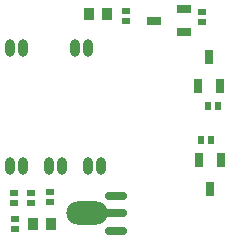
<source format=gbr>
G04 #@! TF.GenerationSoftware,KiCad,Pcbnew,(5.0.2)-1*
G04 #@! TF.CreationDate,2019-08-16T13:34:43+08:00*
G04 #@! TF.ProjectId,IRMQTT,49524d51-5454-42e6-9b69-6361645f7063,rev?*
G04 #@! TF.SameCoordinates,Original*
G04 #@! TF.FileFunction,Paste,Bot*
G04 #@! TF.FilePolarity,Positive*
%FSLAX46Y46*%
G04 Gerber Fmt 4.6, Leading zero omitted, Abs format (unit mm)*
G04 Created by KiCad (PCBNEW (5.0.2)-1) date 2019-08-16 13:34:43*
%MOMM*%
%LPD*%
G01*
G04 APERTURE LIST*
%ADD10R,0.650000X0.600000*%
%ADD11R,0.600000X0.650000*%
%ADD12O,0.800000X1.500000*%
%ADD13R,1.250000X0.700000*%
%ADD14O,1.900000X0.700000*%
%ADD15O,3.500000X2.000000*%
%ADD16O,2.100000X0.700000*%
%ADD17R,0.700000X1.250000*%
%ADD18R,0.930000X0.980000*%
G04 APERTURE END LIST*
D10*
G04 #@! TO.C,R7*
X73576180Y-47783300D03*
X73576180Y-46933300D03*
G04 #@! TD*
D11*
G04 #@! TO.C,R5*
X80547660Y-54960520D03*
X81397660Y-54960520D03*
G04 #@! TD*
D10*
G04 #@! TO.C,R2*
X64147700Y-63190120D03*
X64147700Y-62340120D03*
G04 #@! TD*
G04 #@! TO.C,R4*
X80045560Y-47065380D03*
X80045560Y-47915380D03*
G04 #@! TD*
D12*
G04 #@! TO.C,U1*
X63792280Y-50071020D03*
X64892280Y-50071020D03*
X69292280Y-50071020D03*
X70392280Y-50071020D03*
X63792280Y-60071020D03*
X64892280Y-60071020D03*
X67092280Y-60071020D03*
X68192280Y-60071020D03*
X70392280Y-60071020D03*
X71492280Y-60071020D03*
G04 #@! TD*
D13*
G04 #@! TO.C,Q1*
X75983460Y-47762120D03*
X78483460Y-48712120D03*
X78483460Y-46812120D03*
G04 #@! TD*
D14*
G04 #@! TO.C,U2*
X72771000Y-65589280D03*
D15*
X70271000Y-64089280D03*
D16*
X72671000Y-64089280D03*
D14*
X72771000Y-62589280D03*
G04 #@! TD*
D17*
G04 #@! TO.C,Q3*
X80723740Y-62047120D03*
X81673740Y-59547120D03*
X79773740Y-59547120D03*
G04 #@! TD*
D18*
G04 #@! TO.C,C1*
X67221860Y-64990980D03*
X65681860Y-64990980D03*
G04 #@! TD*
D10*
G04 #@! TO.C,C2*
X67116960Y-62286780D03*
X67116960Y-63136780D03*
G04 #@! TD*
D18*
G04 #@! TO.C,D1*
X70431280Y-47228760D03*
X71971280Y-47228760D03*
G04 #@! TD*
D10*
G04 #@! TO.C,C3*
X64162940Y-64572780D03*
X64162940Y-65422780D03*
G04 #@! TD*
D11*
G04 #@! TO.C,R6*
X80760940Y-57886600D03*
X79910940Y-57886600D03*
G04 #@! TD*
D10*
G04 #@! TO.C,R1*
X65587880Y-62332500D03*
X65587880Y-63182500D03*
G04 #@! TD*
D17*
G04 #@! TO.C,Q2*
X81582340Y-53309520D03*
X79682340Y-53309520D03*
X80632340Y-50809520D03*
G04 #@! TD*
M02*

</source>
